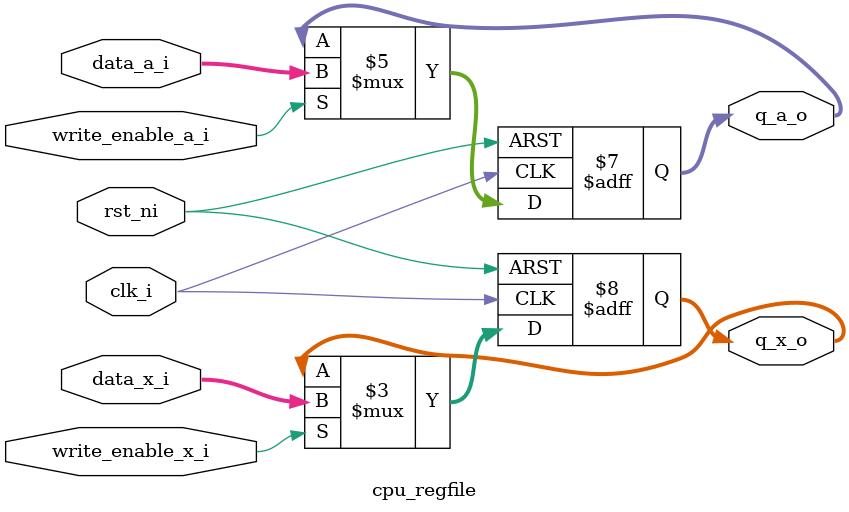
<source format=v>
module cpu_regfile (
    input wire clk_i,
    input wire rst_ni,
    input wire write_enable_a_i,
    input wire write_enable_x_i,
    input wire [7:0] data_a_i,
    input wire [7:0] data_x_i,
    output reg [7:0] q_a_o,
    output reg [7:0] q_x_o
);

always @(posedge clk_i or negedge rst_ni) begin
    if (!rst_ni) begin
        q_a_o <= 8'd0;
        q_x_o <= 8'd0;
    end else begin
        if (write_enable_a_i) begin
            q_a_o <= data_a_i;
        end
        if (write_enable_x_i) begin
            q_x_o <= data_x_i;
        end
    end
end
endmodule
</source>
